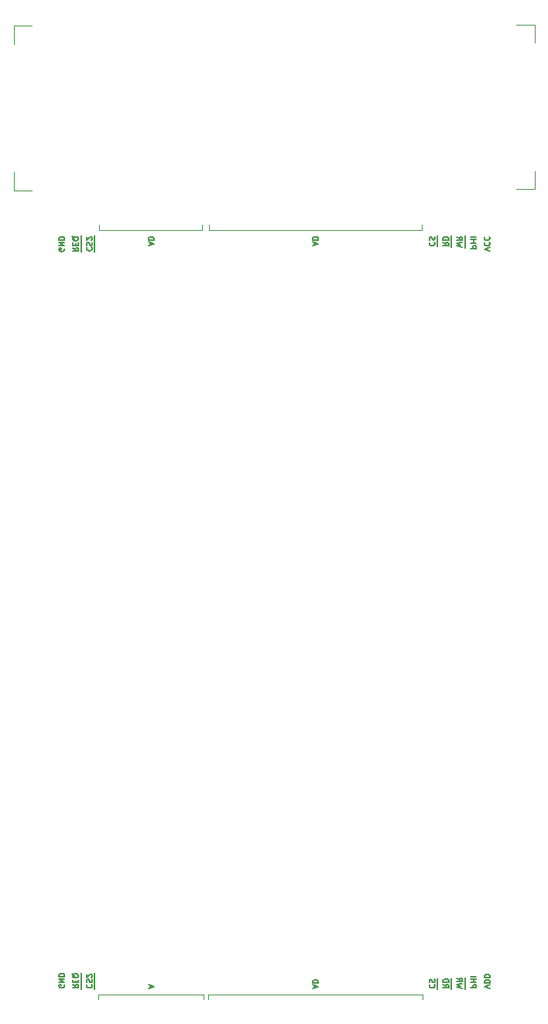
<source format=gbr>
G04 #@! TF.GenerationSoftware,KiCad,Pcbnew,(5.1.5)-3*
G04 #@! TF.CreationDate,2022-01-30T10:55:24+01:00*
G04 #@! TF.ProjectId,pcb,7063622e-6b69-4636-9164-5f7063625858,rev?*
G04 #@! TF.SameCoordinates,Original*
G04 #@! TF.FileFunction,Legend,Bot*
G04 #@! TF.FilePolarity,Positive*
%FSLAX46Y46*%
G04 Gerber Fmt 4.6, Leading zero omitted, Abs format (unit mm)*
G04 Created by KiCad (PCBNEW (5.1.5)-3) date 2022-01-30 10:55:24*
%MOMM*%
%LPD*%
G04 APERTURE LIST*
%ADD10C,0.120000*%
%ADD11C,0.150000*%
G04 APERTURE END LIST*
D10*
X91000000Y-62975000D02*
X91000000Y-64975000D01*
X89000000Y-62975000D02*
X91000000Y-62975000D01*
X34000000Y-63100000D02*
X36000000Y-63100000D01*
X34000000Y-65100000D02*
X34000000Y-63100000D01*
X43375000Y-85475000D02*
X43375000Y-84850000D01*
X54625000Y-85475000D02*
X43375000Y-85475000D01*
X54625000Y-84850000D02*
X54625000Y-85475000D01*
X55375000Y-85475000D02*
X55375000Y-84850000D01*
X78625000Y-85475000D02*
X55375000Y-85475000D01*
X78625000Y-84850000D02*
X78625000Y-85475000D01*
X34000000Y-81100000D02*
X34000000Y-79100000D01*
X36000000Y-81100000D02*
X34000000Y-81100000D01*
X91000000Y-80975000D02*
X91000000Y-78975000D01*
X89000000Y-80975000D02*
X91000000Y-80975000D01*
X78750000Y-169500000D02*
X78750000Y-169000000D01*
X78750000Y-169000000D02*
X55250000Y-169000000D01*
X55250000Y-169000000D02*
X55250000Y-169500000D01*
X54750000Y-169500000D02*
X54750000Y-169000000D01*
X54750000Y-169000000D02*
X43250000Y-169000000D01*
X43250000Y-169000000D02*
X43250000Y-169500000D01*
D11*
X39550000Y-87443928D02*
X39578571Y-87501071D01*
X39578571Y-87586785D01*
X39550000Y-87672500D01*
X39492857Y-87729642D01*
X39435714Y-87758214D01*
X39321428Y-87786785D01*
X39235714Y-87786785D01*
X39121428Y-87758214D01*
X39064285Y-87729642D01*
X39007142Y-87672500D01*
X38978571Y-87586785D01*
X38978571Y-87529642D01*
X39007142Y-87443928D01*
X39035714Y-87415357D01*
X39235714Y-87415357D01*
X39235714Y-87529642D01*
X38978571Y-87158214D02*
X39578571Y-87158214D01*
X38978571Y-86815357D01*
X39578571Y-86815357D01*
X38978571Y-86529642D02*
X39578571Y-86529642D01*
X39578571Y-86386785D01*
X39550000Y-86301071D01*
X39492857Y-86243928D01*
X39435714Y-86215357D01*
X39321428Y-86186785D01*
X39235714Y-86186785D01*
X39121428Y-86215357D01*
X39064285Y-86243928D01*
X39007142Y-86301071D01*
X38978571Y-86386785D01*
X38978571Y-86529642D01*
X41377000Y-87843928D02*
X41377000Y-87243928D01*
X40478571Y-87358214D02*
X40764285Y-87558214D01*
X40478571Y-87701071D02*
X41078571Y-87701071D01*
X41078571Y-87472500D01*
X41050000Y-87415357D01*
X41021428Y-87386785D01*
X40964285Y-87358214D01*
X40878571Y-87358214D01*
X40821428Y-87386785D01*
X40792857Y-87415357D01*
X40764285Y-87472500D01*
X40764285Y-87701071D01*
X41377000Y-87243928D02*
X41377000Y-86701071D01*
X40792857Y-87101071D02*
X40792857Y-86901071D01*
X40478571Y-86815357D02*
X40478571Y-87101071D01*
X41078571Y-87101071D01*
X41078571Y-86815357D01*
X41377000Y-86701071D02*
X41377000Y-86072500D01*
X40421428Y-86158214D02*
X40450000Y-86215357D01*
X40507142Y-86272500D01*
X40592857Y-86358214D01*
X40621428Y-86415357D01*
X40621428Y-86472500D01*
X40478571Y-86443928D02*
X40507142Y-86501071D01*
X40564285Y-86558214D01*
X40678571Y-86586785D01*
X40878571Y-86586785D01*
X40992857Y-86558214D01*
X41050000Y-86501071D01*
X41078571Y-86443928D01*
X41078571Y-86329642D01*
X41050000Y-86272500D01*
X40992857Y-86215357D01*
X40878571Y-86186785D01*
X40678571Y-86186785D01*
X40564285Y-86215357D01*
X40507142Y-86272500D01*
X40478571Y-86329642D01*
X40478571Y-86443928D01*
X42877000Y-87815357D02*
X42877000Y-87215357D01*
X42035714Y-87329642D02*
X42007142Y-87358214D01*
X41978571Y-87443928D01*
X41978571Y-87501071D01*
X42007142Y-87586785D01*
X42064285Y-87643928D01*
X42121428Y-87672500D01*
X42235714Y-87701071D01*
X42321428Y-87701071D01*
X42435714Y-87672500D01*
X42492857Y-87643928D01*
X42550000Y-87586785D01*
X42578571Y-87501071D01*
X42578571Y-87443928D01*
X42550000Y-87358214D01*
X42521428Y-87329642D01*
X42877000Y-87215357D02*
X42877000Y-86643928D01*
X42007142Y-87101071D02*
X41978571Y-87015357D01*
X41978571Y-86872500D01*
X42007142Y-86815357D01*
X42035714Y-86786785D01*
X42092857Y-86758214D01*
X42150000Y-86758214D01*
X42207142Y-86786785D01*
X42235714Y-86815357D01*
X42264285Y-86872500D01*
X42292857Y-86986785D01*
X42321428Y-87043928D01*
X42350000Y-87072500D01*
X42407142Y-87101071D01*
X42464285Y-87101071D01*
X42521428Y-87072500D01*
X42550000Y-87043928D01*
X42578571Y-86986785D01*
X42578571Y-86843928D01*
X42550000Y-86758214D01*
X42877000Y-86643928D02*
X42877000Y-86072500D01*
X42521428Y-86529642D02*
X42550000Y-86501071D01*
X42578571Y-86443928D01*
X42578571Y-86301071D01*
X42550000Y-86243928D01*
X42521428Y-86215357D01*
X42464285Y-86186785D01*
X42407142Y-86186785D01*
X42321428Y-86215357D01*
X41978571Y-86558214D01*
X41978571Y-86186785D01*
X48900000Y-87072500D02*
X48900000Y-86786785D01*
X48728571Y-87129642D02*
X49328571Y-86929642D01*
X48728571Y-86729642D01*
X48728571Y-86529642D02*
X49328571Y-86529642D01*
X49328571Y-86386785D01*
X49300000Y-86301071D01*
X49242857Y-86243928D01*
X49185714Y-86215357D01*
X49071428Y-86186785D01*
X48985714Y-86186785D01*
X48871428Y-86215357D01*
X48814285Y-86243928D01*
X48757142Y-86301071D01*
X48728571Y-86386785D01*
X48728571Y-86529642D01*
X66900000Y-87072500D02*
X66900000Y-86786785D01*
X66728571Y-87129642D02*
X67328571Y-86929642D01*
X66728571Y-86729642D01*
X66728571Y-86529642D02*
X67328571Y-86529642D01*
X67328571Y-86386785D01*
X67300000Y-86301071D01*
X67242857Y-86243928D01*
X67185714Y-86215357D01*
X67071428Y-86186785D01*
X66985714Y-86186785D01*
X66871428Y-86215357D01*
X66814285Y-86243928D01*
X66757142Y-86301071D01*
X66728571Y-86386785D01*
X66728571Y-86529642D01*
X80377000Y-87243928D02*
X80377000Y-86643928D01*
X79535714Y-86758214D02*
X79507142Y-86786785D01*
X79478571Y-86872500D01*
X79478571Y-86929642D01*
X79507142Y-87015357D01*
X79564285Y-87072500D01*
X79621428Y-87101071D01*
X79735714Y-87129642D01*
X79821428Y-87129642D01*
X79935714Y-87101071D01*
X79992857Y-87072500D01*
X80050000Y-87015357D01*
X80078571Y-86929642D01*
X80078571Y-86872500D01*
X80050000Y-86786785D01*
X80021428Y-86758214D01*
X80377000Y-86643928D02*
X80377000Y-86072500D01*
X79507142Y-86529642D02*
X79478571Y-86443928D01*
X79478571Y-86301071D01*
X79507142Y-86243928D01*
X79535714Y-86215357D01*
X79592857Y-86186785D01*
X79650000Y-86186785D01*
X79707142Y-86215357D01*
X79735714Y-86243928D01*
X79764285Y-86301071D01*
X79792857Y-86415357D01*
X79821428Y-86472500D01*
X79850000Y-86501071D01*
X79907142Y-86529642D01*
X79964285Y-86529642D01*
X80021428Y-86501071D01*
X80050000Y-86472500D01*
X80078571Y-86415357D01*
X80078571Y-86272500D01*
X80050000Y-86186785D01*
X81877000Y-87272500D02*
X81877000Y-86672500D01*
X80978571Y-86786785D02*
X81264285Y-86986785D01*
X80978571Y-87129642D02*
X81578571Y-87129642D01*
X81578571Y-86901071D01*
X81550000Y-86843928D01*
X81521428Y-86815357D01*
X81464285Y-86786785D01*
X81378571Y-86786785D01*
X81321428Y-86815357D01*
X81292857Y-86843928D01*
X81264285Y-86901071D01*
X81264285Y-87129642D01*
X81877000Y-86672500D02*
X81877000Y-86072500D01*
X80978571Y-86529642D02*
X81578571Y-86529642D01*
X81578571Y-86386785D01*
X81550000Y-86301071D01*
X81492857Y-86243928D01*
X81435714Y-86215357D01*
X81321428Y-86186785D01*
X81235714Y-86186785D01*
X81121428Y-86215357D01*
X81064285Y-86243928D01*
X81007142Y-86301071D01*
X80978571Y-86386785D01*
X80978571Y-86529642D01*
X83377000Y-87358214D02*
X83377000Y-86672500D01*
X83078571Y-87272500D02*
X82478571Y-87129642D01*
X82907142Y-87015357D01*
X82478571Y-86901071D01*
X83078571Y-86758214D01*
X83377000Y-86672500D02*
X83377000Y-86072500D01*
X82478571Y-86186785D02*
X82764285Y-86386785D01*
X82478571Y-86529642D02*
X83078571Y-86529642D01*
X83078571Y-86301071D01*
X83050000Y-86243928D01*
X83021428Y-86215357D01*
X82964285Y-86186785D01*
X82878571Y-86186785D01*
X82821428Y-86215357D01*
X82792857Y-86243928D01*
X82764285Y-86301071D01*
X82764285Y-86529642D01*
X83978571Y-87443928D02*
X84578571Y-87443928D01*
X84578571Y-87215357D01*
X84550000Y-87158214D01*
X84521428Y-87129642D01*
X84464285Y-87101071D01*
X84378571Y-87101071D01*
X84321428Y-87129642D01*
X84292857Y-87158214D01*
X84264285Y-87215357D01*
X84264285Y-87443928D01*
X83978571Y-86843928D02*
X84578571Y-86843928D01*
X84292857Y-86843928D02*
X84292857Y-86501071D01*
X83978571Y-86501071D02*
X84578571Y-86501071D01*
X83978571Y-86215357D02*
X84578571Y-86215357D01*
X86078571Y-87729642D02*
X85478571Y-87529642D01*
X86078571Y-87329642D01*
X85535714Y-86786785D02*
X85507142Y-86815357D01*
X85478571Y-86901071D01*
X85478571Y-86958214D01*
X85507142Y-87043928D01*
X85564285Y-87101071D01*
X85621428Y-87129642D01*
X85735714Y-87158214D01*
X85821428Y-87158214D01*
X85935714Y-87129642D01*
X85992857Y-87101071D01*
X86050000Y-87043928D01*
X86078571Y-86958214D01*
X86078571Y-86901071D01*
X86050000Y-86815357D01*
X86021428Y-86786785D01*
X85535714Y-86186785D02*
X85507142Y-86215357D01*
X85478571Y-86301071D01*
X85478571Y-86358214D01*
X85507142Y-86443928D01*
X85564285Y-86501071D01*
X85621428Y-86529642D01*
X85735714Y-86558214D01*
X85821428Y-86558214D01*
X85935714Y-86529642D01*
X85992857Y-86501071D01*
X86050000Y-86443928D01*
X86078571Y-86358214D01*
X86078571Y-86301071D01*
X86050000Y-86215357D01*
X86021428Y-86186785D01*
X86078571Y-168345357D02*
X85478571Y-168145357D01*
X86078571Y-167945357D01*
X85478571Y-167745357D02*
X86078571Y-167745357D01*
X86078571Y-167602500D01*
X86050000Y-167516785D01*
X85992857Y-167459642D01*
X85935714Y-167431071D01*
X85821428Y-167402500D01*
X85735714Y-167402500D01*
X85621428Y-167431071D01*
X85564285Y-167459642D01*
X85507142Y-167516785D01*
X85478571Y-167602500D01*
X85478571Y-167745357D01*
X85478571Y-167145357D02*
X86078571Y-167145357D01*
X86078571Y-167002500D01*
X86050000Y-166916785D01*
X85992857Y-166859642D01*
X85935714Y-166831071D01*
X85821428Y-166802500D01*
X85735714Y-166802500D01*
X85621428Y-166831071D01*
X85564285Y-166859642D01*
X85507142Y-166916785D01*
X85478571Y-167002500D01*
X85478571Y-167145357D01*
X39550000Y-167945357D02*
X39578571Y-168002500D01*
X39578571Y-168088214D01*
X39550000Y-168173928D01*
X39492857Y-168231071D01*
X39435714Y-168259642D01*
X39321428Y-168288214D01*
X39235714Y-168288214D01*
X39121428Y-168259642D01*
X39064285Y-168231071D01*
X39007142Y-168173928D01*
X38978571Y-168088214D01*
X38978571Y-168031071D01*
X39007142Y-167945357D01*
X39035714Y-167916785D01*
X39235714Y-167916785D01*
X39235714Y-168031071D01*
X38978571Y-167659642D02*
X39578571Y-167659642D01*
X38978571Y-167316785D01*
X39578571Y-167316785D01*
X38978571Y-167031071D02*
X39578571Y-167031071D01*
X39578571Y-166888214D01*
X39550000Y-166802500D01*
X39492857Y-166745357D01*
X39435714Y-166716785D01*
X39321428Y-166688214D01*
X39235714Y-166688214D01*
X39121428Y-166716785D01*
X39064285Y-166745357D01*
X39007142Y-166802500D01*
X38978571Y-166888214D01*
X38978571Y-167031071D01*
X83978571Y-168259642D02*
X84578571Y-168259642D01*
X84578571Y-168031071D01*
X84550000Y-167973928D01*
X84521428Y-167945357D01*
X84464285Y-167916785D01*
X84378571Y-167916785D01*
X84321428Y-167945357D01*
X84292857Y-167973928D01*
X84264285Y-168031071D01*
X84264285Y-168259642D01*
X83978571Y-167659642D02*
X84578571Y-167659642D01*
X84292857Y-167659642D02*
X84292857Y-167316785D01*
X83978571Y-167316785D02*
X84578571Y-167316785D01*
X83978571Y-167031071D02*
X84578571Y-167031071D01*
X83377000Y-168402500D02*
X83377000Y-167716785D01*
X83078571Y-168316785D02*
X82478571Y-168173928D01*
X82907142Y-168059642D01*
X82478571Y-167945357D01*
X83078571Y-167802500D01*
X83377000Y-167716785D02*
X83377000Y-167116785D01*
X82478571Y-167231071D02*
X82764285Y-167431071D01*
X82478571Y-167573928D02*
X83078571Y-167573928D01*
X83078571Y-167345357D01*
X83050000Y-167288214D01*
X83021428Y-167259642D01*
X82964285Y-167231071D01*
X82878571Y-167231071D01*
X82821428Y-167259642D01*
X82792857Y-167288214D01*
X82764285Y-167345357D01*
X82764285Y-167573928D01*
X81877000Y-168402500D02*
X81877000Y-167802500D01*
X80978571Y-167916785D02*
X81264285Y-168116785D01*
X80978571Y-168259642D02*
X81578571Y-168259642D01*
X81578571Y-168031071D01*
X81550000Y-167973928D01*
X81521428Y-167945357D01*
X81464285Y-167916785D01*
X81378571Y-167916785D01*
X81321428Y-167945357D01*
X81292857Y-167973928D01*
X81264285Y-168031071D01*
X81264285Y-168259642D01*
X81877000Y-167802500D02*
X81877000Y-167202500D01*
X80978571Y-167659642D02*
X81578571Y-167659642D01*
X81578571Y-167516785D01*
X81550000Y-167431071D01*
X81492857Y-167373928D01*
X81435714Y-167345357D01*
X81321428Y-167316785D01*
X81235714Y-167316785D01*
X81121428Y-167345357D01*
X81064285Y-167373928D01*
X81007142Y-167431071D01*
X80978571Y-167516785D01*
X80978571Y-167659642D01*
X80377000Y-168402500D02*
X80377000Y-167802500D01*
X79535714Y-167916785D02*
X79507142Y-167945357D01*
X79478571Y-168031071D01*
X79478571Y-168088214D01*
X79507142Y-168173928D01*
X79564285Y-168231071D01*
X79621428Y-168259642D01*
X79735714Y-168288214D01*
X79821428Y-168288214D01*
X79935714Y-168259642D01*
X79992857Y-168231071D01*
X80050000Y-168173928D01*
X80078571Y-168088214D01*
X80078571Y-168031071D01*
X80050000Y-167945357D01*
X80021428Y-167916785D01*
X80377000Y-167802500D02*
X80377000Y-167231071D01*
X79507142Y-167688214D02*
X79478571Y-167602500D01*
X79478571Y-167459642D01*
X79507142Y-167402500D01*
X79535714Y-167373928D01*
X79592857Y-167345357D01*
X79650000Y-167345357D01*
X79707142Y-167373928D01*
X79735714Y-167402500D01*
X79764285Y-167459642D01*
X79792857Y-167573928D01*
X79821428Y-167631071D01*
X79850000Y-167659642D01*
X79907142Y-167688214D01*
X79964285Y-167688214D01*
X80021428Y-167659642D01*
X80050000Y-167631071D01*
X80078571Y-167573928D01*
X80078571Y-167431071D01*
X80050000Y-167345357D01*
X42877000Y-168402500D02*
X42877000Y-167802500D01*
X42035714Y-167916785D02*
X42007142Y-167945357D01*
X41978571Y-168031071D01*
X41978571Y-168088214D01*
X42007142Y-168173928D01*
X42064285Y-168231071D01*
X42121428Y-168259642D01*
X42235714Y-168288214D01*
X42321428Y-168288214D01*
X42435714Y-168259642D01*
X42492857Y-168231071D01*
X42550000Y-168173928D01*
X42578571Y-168088214D01*
X42578571Y-168031071D01*
X42550000Y-167945357D01*
X42521428Y-167916785D01*
X42877000Y-167802500D02*
X42877000Y-167231071D01*
X42007142Y-167688214D02*
X41978571Y-167602500D01*
X41978571Y-167459642D01*
X42007142Y-167402500D01*
X42035714Y-167373928D01*
X42092857Y-167345357D01*
X42150000Y-167345357D01*
X42207142Y-167373928D01*
X42235714Y-167402500D01*
X42264285Y-167459642D01*
X42292857Y-167573928D01*
X42321428Y-167631071D01*
X42350000Y-167659642D01*
X42407142Y-167688214D01*
X42464285Y-167688214D01*
X42521428Y-167659642D01*
X42550000Y-167631071D01*
X42578571Y-167573928D01*
X42578571Y-167431071D01*
X42550000Y-167345357D01*
X42877000Y-167231071D02*
X42877000Y-166659642D01*
X42521428Y-167116785D02*
X42550000Y-167088214D01*
X42578571Y-167031071D01*
X42578571Y-166888214D01*
X42550000Y-166831071D01*
X42521428Y-166802500D01*
X42464285Y-166773928D01*
X42407142Y-166773928D01*
X42321428Y-166802500D01*
X41978571Y-167145357D01*
X41978571Y-166773928D01*
X41377000Y-168402500D02*
X41377000Y-167802500D01*
X40478571Y-167916785D02*
X40764285Y-168116785D01*
X40478571Y-168259642D02*
X41078571Y-168259642D01*
X41078571Y-168031071D01*
X41050000Y-167973928D01*
X41021428Y-167945357D01*
X40964285Y-167916785D01*
X40878571Y-167916785D01*
X40821428Y-167945357D01*
X40792857Y-167973928D01*
X40764285Y-168031071D01*
X40764285Y-168259642D01*
X41377000Y-167802500D02*
X41377000Y-167259642D01*
X40792857Y-167659642D02*
X40792857Y-167459642D01*
X40478571Y-167373928D02*
X40478571Y-167659642D01*
X41078571Y-167659642D01*
X41078571Y-167373928D01*
X41377000Y-167259642D02*
X41377000Y-166631071D01*
X40421428Y-166716785D02*
X40450000Y-166773928D01*
X40507142Y-166831071D01*
X40592857Y-166916785D01*
X40621428Y-166973928D01*
X40621428Y-167031071D01*
X40478571Y-167002500D02*
X40507142Y-167059642D01*
X40564285Y-167116785D01*
X40678571Y-167145357D01*
X40878571Y-167145357D01*
X40992857Y-167116785D01*
X41050000Y-167059642D01*
X41078571Y-167002500D01*
X41078571Y-166888214D01*
X41050000Y-166831071D01*
X40992857Y-166773928D01*
X40878571Y-166745357D01*
X40678571Y-166745357D01*
X40564285Y-166773928D01*
X40507142Y-166831071D01*
X40478571Y-166888214D01*
X40478571Y-167002500D01*
X66900000Y-168288214D02*
X66900000Y-168002500D01*
X66728571Y-168345357D02*
X67328571Y-168145357D01*
X66728571Y-167945357D01*
X66728571Y-167745357D02*
X67328571Y-167745357D01*
X67328571Y-167602500D01*
X67300000Y-167516785D01*
X67242857Y-167459642D01*
X67185714Y-167431071D01*
X67071428Y-167402500D01*
X66985714Y-167402500D01*
X66871428Y-167431071D01*
X66814285Y-167459642D01*
X66757142Y-167516785D01*
X66728571Y-167602500D01*
X66728571Y-167745357D01*
X48900000Y-168288214D02*
X48900000Y-168002500D01*
X48728571Y-168345357D02*
X49328571Y-168145357D01*
X48728571Y-167945357D01*
M02*

</source>
